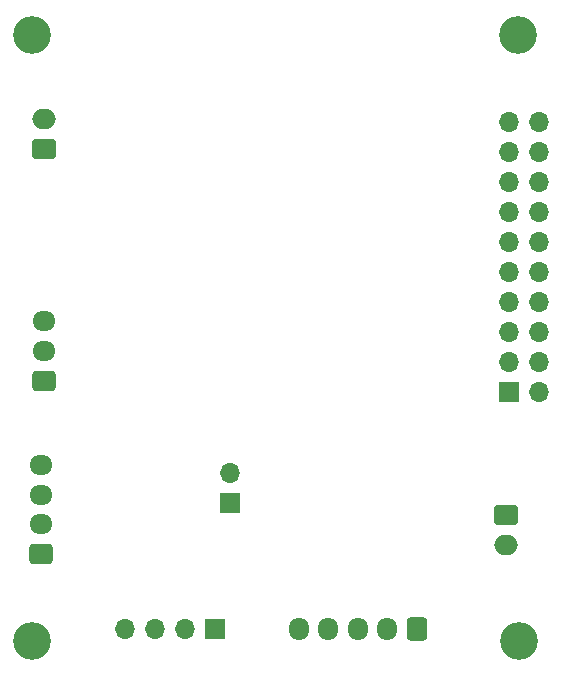
<source format=gbs>
%TF.GenerationSoftware,KiCad,Pcbnew,7.0.9*%
%TF.CreationDate,2023-12-28T11:13:05-05:00*%
%TF.ProjectId,esp32_sensor_node,65737033-325f-4736-956e-736f725f6e6f,rev?*%
%TF.SameCoordinates,Original*%
%TF.FileFunction,Soldermask,Bot*%
%TF.FilePolarity,Negative*%
%FSLAX46Y46*%
G04 Gerber Fmt 4.6, Leading zero omitted, Abs format (unit mm)*
G04 Created by KiCad (PCBNEW 7.0.9) date 2023-12-28 11:13:05*
%MOMM*%
%LPD*%
G01*
G04 APERTURE LIST*
G04 Aperture macros list*
%AMRoundRect*
0 Rectangle with rounded corners*
0 $1 Rounding radius*
0 $2 $3 $4 $5 $6 $7 $8 $9 X,Y pos of 4 corners*
0 Add a 4 corners polygon primitive as box body*
4,1,4,$2,$3,$4,$5,$6,$7,$8,$9,$2,$3,0*
0 Add four circle primitives for the rounded corners*
1,1,$1+$1,$2,$3*
1,1,$1+$1,$4,$5*
1,1,$1+$1,$6,$7*
1,1,$1+$1,$8,$9*
0 Add four rect primitives between the rounded corners*
20,1,$1+$1,$2,$3,$4,$5,0*
20,1,$1+$1,$4,$5,$6,$7,0*
20,1,$1+$1,$6,$7,$8,$9,0*
20,1,$1+$1,$8,$9,$2,$3,0*%
G04 Aperture macros list end*
%ADD10RoundRect,0.250000X0.750000X-0.600000X0.750000X0.600000X-0.750000X0.600000X-0.750000X-0.600000X0*%
%ADD11O,2.000000X1.700000*%
%ADD12RoundRect,0.250000X0.725000X-0.600000X0.725000X0.600000X-0.725000X0.600000X-0.725000X-0.600000X0*%
%ADD13O,1.950000X1.700000*%
%ADD14C,3.200000*%
%ADD15R,1.700000X1.700000*%
%ADD16O,1.700000X1.700000*%
%ADD17RoundRect,0.250000X-0.750000X0.600000X-0.750000X-0.600000X0.750000X-0.600000X0.750000X0.600000X0*%
%ADD18RoundRect,0.250000X0.600000X0.725000X-0.600000X0.725000X-0.600000X-0.725000X0.600000X-0.725000X0*%
%ADD19O,1.700000X1.950000*%
G04 APERTURE END LIST*
D10*
%TO.C,J_PWRIN1*%
X25400000Y-33996000D03*
D11*
X25400000Y-31496000D03*
%TD*%
D12*
%TO.C,JST_XH_AIR1*%
X25400000Y-53641000D03*
D13*
X25400000Y-51141000D03*
X25400000Y-48641000D03*
%TD*%
D14*
%TO.C,H4*%
X65532000Y-24384000D03*
%TD*%
D12*
%TO.C,JST_XH_SOIL5V1*%
X25146000Y-68326000D03*
D13*
X25146000Y-65826000D03*
X25146000Y-63326000D03*
X25146000Y-60826000D03*
%TD*%
D15*
%TO.C,J_PROG1*%
X39878000Y-74676000D03*
D16*
X37338000Y-74676000D03*
X34798000Y-74676000D03*
X32258000Y-74676000D03*
%TD*%
D17*
%TO.C,J_ACT_OUT1*%
X64516000Y-65024000D03*
D11*
X64516000Y-67524000D03*
%TD*%
D15*
%TO.C,JP1*%
X41121000Y-64008000D03*
D16*
X41121000Y-61468000D03*
%TD*%
D15*
%TO.C,J1*%
X64770000Y-54610000D03*
D16*
X67310000Y-54610000D03*
X64770000Y-52070000D03*
X67310000Y-52070000D03*
X64770000Y-49530000D03*
X67310000Y-49530000D03*
X64770000Y-46990000D03*
X67310000Y-46990000D03*
X64770000Y-44450000D03*
X67310000Y-44450000D03*
X64770000Y-41910000D03*
X67310000Y-41910000D03*
X64770000Y-39370000D03*
X67310000Y-39370000D03*
X64770000Y-36830000D03*
X67310000Y-36830000D03*
X64770000Y-34290000D03*
X67310000Y-34290000D03*
X64770000Y-31750000D03*
X67310000Y-31750000D03*
%TD*%
D14*
%TO.C,H3*%
X24384000Y-24384000D03*
%TD*%
%TO.C,H2*%
X65632000Y-75692000D03*
%TD*%
D18*
%TO.C,JST_XH_CC1*%
X56956000Y-74676000D03*
D19*
X54456000Y-74676000D03*
X51956000Y-74676000D03*
X49456000Y-74676000D03*
X46956000Y-74676000D03*
%TD*%
D14*
%TO.C,H1*%
X24384000Y-75692000D03*
%TD*%
M02*

</source>
